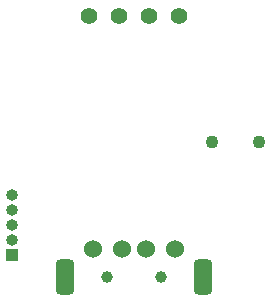
<source format=gbs>
G04 #@! TF.GenerationSoftware,KiCad,Pcbnew,(6.0.9)*
G04 #@! TF.CreationDate,2023-01-08T15:40:12+09:00*
G04 #@! TF.ProjectId,WBMon,57424d6f-6e2e-46b6-9963-61645f706362,1.0*
G04 #@! TF.SameCoordinates,Original*
G04 #@! TF.FileFunction,Soldermask,Bot*
G04 #@! TF.FilePolarity,Negative*
%FSLAX46Y46*%
G04 Gerber Fmt 4.6, Leading zero omitted, Abs format (unit mm)*
G04 Created by KiCad (PCBNEW (6.0.9)) date 2023-01-08 15:40:12*
%MOMM*%
%LPD*%
G01*
G04 APERTURE LIST*
G04 Aperture macros list*
%AMRoundRect*
0 Rectangle with rounded corners*
0 $1 Rounding radius*
0 $2 $3 $4 $5 $6 $7 $8 $9 X,Y pos of 4 corners*
0 Add a 4 corners polygon primitive as box body*
4,1,4,$2,$3,$4,$5,$6,$7,$8,$9,$2,$3,0*
0 Add four circle primitives for the rounded corners*
1,1,$1+$1,$2,$3*
1,1,$1+$1,$4,$5*
1,1,$1+$1,$6,$7*
1,1,$1+$1,$8,$9*
0 Add four rect primitives between the rounded corners*
20,1,$1+$1,$2,$3,$4,$5,0*
20,1,$1+$1,$4,$5,$6,$7,0*
20,1,$1+$1,$6,$7,$8,$9,0*
20,1,$1+$1,$8,$9,$2,$3,0*%
G04 Aperture macros list end*
%ADD10C,1.400000*%
%ADD11C,1.100000*%
%ADD12R,1.000000X1.000000*%
%ADD13O,1.000000X1.000000*%
%ADD14C,1.000000*%
%ADD15C,1.524000*%
%ADD16RoundRect,0.400000X-0.400000X-1.100000X0.400000X-1.100000X0.400000X1.100000X-0.400000X1.100000X0*%
G04 APERTURE END LIST*
D10*
X-3810000Y11730000D03*
X-1270000Y11730000D03*
X1270000Y11730000D03*
X3810000Y11730000D03*
D11*
X10600000Y1000000D03*
X6600000Y1000000D03*
D12*
X-10300000Y-8500000D03*
D13*
X-10300000Y-7230000D03*
X-10300000Y-5960000D03*
X-10300000Y-4690000D03*
X-10300000Y-3420000D03*
D14*
X-2250000Y-10400000D03*
X2250000Y-10400000D03*
D15*
X3500000Y-8000000D03*
X1000000Y-8000000D03*
X-1000000Y-8000000D03*
X-3500000Y-8000000D03*
D16*
X-5850000Y-10400000D03*
X5850000Y-10400000D03*
M02*

</source>
